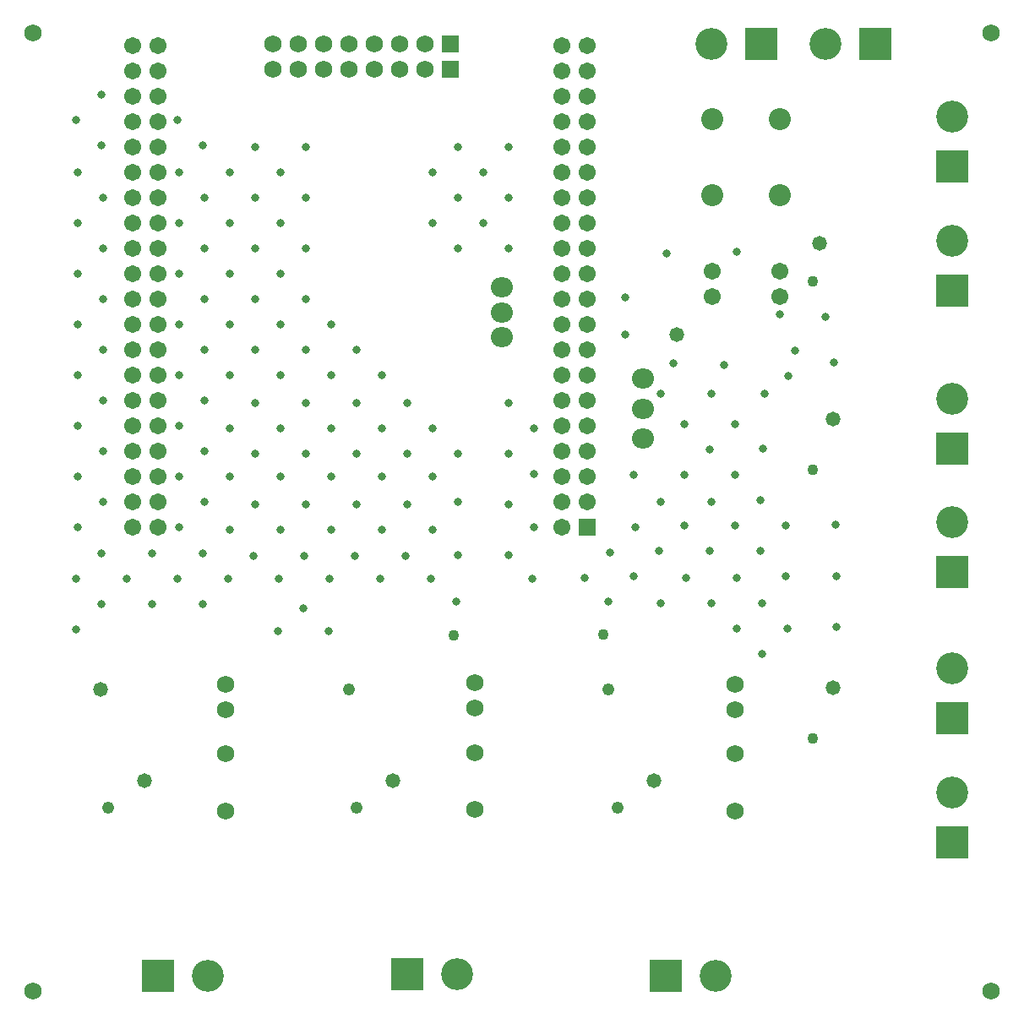
<source format=gbr>
G04 Layer_Color=16711935*
%FSLAX26Y26*%
%MOIN*%
%TF.FileFunction,Soldermask,Bot*%
%TF.Part,Single*%
G01*
G75*
%TA.AperFunction,ComponentPad*%
%ADD52R,0.068000X0.068000*%
%ADD53C,0.068000*%
%ADD54C,0.086740*%
%ADD55C,0.067055*%
%ADD56R,0.126110X0.126110*%
%ADD57C,0.126110*%
%ADD58R,0.126110X0.126110*%
%TA.AperFunction,ViaPad*%
%ADD59O,0.086740X0.078866*%
%TA.AperFunction,WasherPad*%
%ADD60C,0.068000*%
%TA.AperFunction,ComponentPad*%
%ADD61R,0.067055X0.067055*%
%TA.AperFunction,ViaPad*%
%ADD62C,0.033000*%
%ADD63C,0.058000*%
%ADD64C,0.043000*%
%ADD65C,0.048000*%
D52*
X1645000Y3635000D02*
D03*
Y3735000D02*
D03*
D53*
X1345000Y3635000D02*
D03*
X1245000D02*
D03*
X1145000D02*
D03*
X1045000D02*
D03*
X945000D02*
D03*
X1545000D02*
D03*
X1445000D02*
D03*
X1345000Y3735000D02*
D03*
X1245000D02*
D03*
X1145000D02*
D03*
X1045000D02*
D03*
X945000D02*
D03*
X1545000D02*
D03*
X1445000D02*
D03*
X1744370Y715591D02*
D03*
Y940000D02*
D03*
Y1115591D02*
D03*
Y1215591D02*
D03*
X760000Y710591D02*
D03*
Y935000D02*
D03*
Y1110591D02*
D03*
Y1210591D02*
D03*
X2770000Y710591D02*
D03*
Y935000D02*
D03*
Y1110591D02*
D03*
Y1210591D02*
D03*
D54*
X2945000Y3440000D02*
D03*
Y3140000D02*
D03*
X2680000Y3440000D02*
D03*
Y3140000D02*
D03*
D55*
X2945000Y2840000D02*
D03*
Y2740000D02*
D03*
X2680000Y2840000D02*
D03*
Y2740000D02*
D03*
X2185000Y1930000D02*
D03*
Y2030000D02*
D03*
Y2130000D02*
D03*
Y2230000D02*
D03*
Y2330000D02*
D03*
Y2430000D02*
D03*
Y2530000D02*
D03*
Y2630000D02*
D03*
Y2730000D02*
D03*
Y2830000D02*
D03*
Y2930000D02*
D03*
Y3030000D02*
D03*
Y3130000D02*
D03*
Y3230000D02*
D03*
Y3330000D02*
D03*
Y3430000D02*
D03*
Y3530000D02*
D03*
Y3630000D02*
D03*
Y3730000D02*
D03*
X2085000Y1830000D02*
D03*
Y1930000D02*
D03*
Y2030000D02*
D03*
Y2130000D02*
D03*
Y2230000D02*
D03*
Y2330000D02*
D03*
Y2430000D02*
D03*
Y2530000D02*
D03*
Y2630000D02*
D03*
Y2730000D02*
D03*
Y2830000D02*
D03*
Y2930000D02*
D03*
Y3030000D02*
D03*
Y3130000D02*
D03*
Y3230000D02*
D03*
Y3330000D02*
D03*
Y3430000D02*
D03*
Y3530000D02*
D03*
Y3630000D02*
D03*
Y3730000D02*
D03*
X492087Y1830000D02*
D03*
X392087Y3730000D02*
D03*
Y3630000D02*
D03*
Y3530000D02*
D03*
Y3430000D02*
D03*
Y3330000D02*
D03*
Y3230000D02*
D03*
Y3130000D02*
D03*
Y3030000D02*
D03*
Y2930000D02*
D03*
Y2830000D02*
D03*
Y2730000D02*
D03*
Y2630000D02*
D03*
Y2530000D02*
D03*
Y2430000D02*
D03*
Y2330000D02*
D03*
Y2230000D02*
D03*
Y2130000D02*
D03*
Y2030000D02*
D03*
Y1930000D02*
D03*
Y1830000D02*
D03*
X492087Y3730000D02*
D03*
Y3630000D02*
D03*
Y3530000D02*
D03*
Y3430000D02*
D03*
Y3330000D02*
D03*
Y3230000D02*
D03*
Y3130000D02*
D03*
Y3030000D02*
D03*
Y2930000D02*
D03*
Y2830000D02*
D03*
Y2730000D02*
D03*
Y2630000D02*
D03*
Y2530000D02*
D03*
Y2430000D02*
D03*
Y2330000D02*
D03*
Y2230000D02*
D03*
Y2130000D02*
D03*
Y2030000D02*
D03*
Y1930000D02*
D03*
D56*
X2873425Y3735000D02*
D03*
X3323425D02*
D03*
X2496575Y60000D02*
D03*
X1475945Y65000D02*
D03*
X491575Y60000D02*
D03*
D57*
X2676575Y3735000D02*
D03*
X3126575D02*
D03*
X3627665Y3448425D02*
D03*
X3627666Y2958425D02*
D03*
Y2337425D02*
D03*
Y1848425D02*
D03*
X3627665Y1273425D02*
D03*
X3627665Y783425D02*
D03*
X2693425Y60000D02*
D03*
X1672795Y65000D02*
D03*
X688425Y60000D02*
D03*
D58*
X3627665Y3251575D02*
D03*
X3627666Y2761575D02*
D03*
Y2140575D02*
D03*
Y1651575D02*
D03*
X3627665Y1076575D02*
D03*
X3627665Y586575D02*
D03*
D59*
X2405000Y2180000D02*
D03*
Y2295000D02*
D03*
Y2415000D02*
D03*
X1850000Y2775000D02*
D03*
Y2675000D02*
D03*
Y2580000D02*
D03*
D60*
X3779527Y3779528D02*
D03*
Y-0D02*
D03*
X1Y3779528D02*
D03*
Y-0D02*
D03*
D61*
X2185000Y1830000D02*
D03*
D62*
X1165000Y1419999D02*
D03*
X965000D02*
D03*
X1065000Y1509999D02*
D03*
X1670000Y1535000D02*
D03*
X1875000Y2320000D02*
D03*
X1975000Y2040000D02*
D03*
Y1830000D02*
D03*
X1970000Y1625000D02*
D03*
X1875000Y1720000D02*
D03*
X1975000Y2220000D02*
D03*
X1875000Y2120000D02*
D03*
Y1920000D02*
D03*
X1675000Y1720000D02*
D03*
Y1930000D02*
D03*
Y2120000D02*
D03*
X1375000Y2430000D02*
D03*
X1275000Y2530000D02*
D03*
X1175000Y2630000D02*
D03*
X2475000Y2355000D02*
D03*
X2675000D02*
D03*
X2770000Y2236028D02*
D03*
X2670000Y2135000D02*
D03*
X3170000Y1435000D02*
D03*
Y1635000D02*
D03*
X3165000Y1840000D02*
D03*
X3160000Y2480000D02*
D03*
X2335000Y2590000D02*
D03*
X3125000Y2660000D02*
D03*
X2175000Y1630000D02*
D03*
X2275000Y1730000D02*
D03*
X2270000Y1535000D02*
D03*
X2475000Y1530000D02*
D03*
X2370000Y1635000D02*
D03*
X2375000Y1830000D02*
D03*
X2875000Y1330000D02*
D03*
X2775000Y1430000D02*
D03*
X2675000Y1530000D02*
D03*
X2975000Y1430000D02*
D03*
X2875000Y1530000D02*
D03*
X2970000Y1635000D02*
D03*
X2870000Y1735000D02*
D03*
X2970000Y1835000D02*
D03*
X2870000Y1935000D02*
D03*
X2770000Y2035000D02*
D03*
X2880000Y2140000D02*
D03*
X3005000Y2525000D02*
D03*
X2980000Y2425000D02*
D03*
X2885000Y2355000D02*
D03*
X2570000Y2236028D02*
D03*
X2670000Y1735000D02*
D03*
X2770000Y1835000D02*
D03*
X2775000Y1630000D02*
D03*
X2470000Y1735000D02*
D03*
X2570000Y1835000D02*
D03*
X2575000Y1630000D02*
D03*
X2570000Y2035000D02*
D03*
X2675000Y1930000D02*
D03*
X2370000Y2035000D02*
D03*
X2475000Y1930000D02*
D03*
X2335000Y2735000D02*
D03*
X2525000Y2475000D02*
D03*
X2945000Y2670000D02*
D03*
X2500000Y2910000D02*
D03*
X2775000Y2915000D02*
D03*
X2725000Y2470000D02*
D03*
X1775000Y3030000D02*
D03*
Y3230000D02*
D03*
X1875000Y3330000D02*
D03*
Y3130000D02*
D03*
Y2930000D02*
D03*
X1570000Y1625000D02*
D03*
X1575000Y2030000D02*
D03*
Y3030000D02*
D03*
Y3230000D02*
D03*
X1675000Y3330000D02*
D03*
Y3130000D02*
D03*
Y2930000D02*
D03*
X1575000Y2220000D02*
D03*
Y1820000D02*
D03*
X1370000Y1625000D02*
D03*
X1375000Y2030000D02*
D03*
Y2220000D02*
D03*
Y1820000D02*
D03*
X1475000Y2320000D02*
D03*
Y2120000D02*
D03*
Y1920000D02*
D03*
X1470000Y1715000D02*
D03*
X1170000Y1625000D02*
D03*
X1175000Y2030000D02*
D03*
Y2430000D02*
D03*
Y2220000D02*
D03*
Y1820000D02*
D03*
X1275000Y2320000D02*
D03*
Y2120000D02*
D03*
Y1920000D02*
D03*
X1270000Y1715000D02*
D03*
X970000Y1625000D02*
D03*
X975000Y2030000D02*
D03*
Y2430000D02*
D03*
Y2830000D02*
D03*
Y2630000D02*
D03*
Y3030000D02*
D03*
Y3230000D02*
D03*
X1075000Y3330000D02*
D03*
Y3130000D02*
D03*
Y2730000D02*
D03*
Y2930000D02*
D03*
Y2530000D02*
D03*
X975000Y2220000D02*
D03*
Y1820000D02*
D03*
X1075000Y2320000D02*
D03*
Y2120000D02*
D03*
Y1920000D02*
D03*
X1070000Y1715000D02*
D03*
X870000D02*
D03*
X875000Y1920000D02*
D03*
Y2120000D02*
D03*
Y2320000D02*
D03*
X775000Y1820000D02*
D03*
Y2220000D02*
D03*
X875000Y2530000D02*
D03*
Y2930000D02*
D03*
Y2730000D02*
D03*
Y3130000D02*
D03*
Y3330000D02*
D03*
X775000Y3230000D02*
D03*
Y3030000D02*
D03*
Y2630000D02*
D03*
X575000Y1830000D02*
D03*
Y2230000D02*
D03*
Y3030000D02*
D03*
X570000Y3435000D02*
D03*
X670000Y3335000D02*
D03*
X575000Y3230000D02*
D03*
X675000Y3130000D02*
D03*
X575000Y2630000D02*
D03*
X270000Y3535000D02*
D03*
Y3335000D02*
D03*
X170000Y3435000D02*
D03*
X175000Y3230000D02*
D03*
Y3030000D02*
D03*
X275000Y3130000D02*
D03*
X575000Y2830000D02*
D03*
X675000Y2930000D02*
D03*
Y2730000D02*
D03*
X775000Y2830000D02*
D03*
X575000Y2430000D02*
D03*
X675000Y2530000D02*
D03*
Y2330000D02*
D03*
X775000Y2430000D02*
D03*
X575000Y2030000D02*
D03*
X675000Y2130000D02*
D03*
Y1930000D02*
D03*
X775000Y2030000D02*
D03*
X770000Y1625000D02*
D03*
X670000Y1525000D02*
D03*
Y1725000D02*
D03*
X570000Y1625000D02*
D03*
X470000Y1525000D02*
D03*
Y1725000D02*
D03*
X370000Y1625000D02*
D03*
X270000Y1725000D02*
D03*
X170000Y1625000D02*
D03*
X270000Y1525000D02*
D03*
X170000Y1425000D02*
D03*
X275000Y2130000D02*
D03*
X175000Y2030000D02*
D03*
X275000Y1930000D02*
D03*
X175000Y1830000D02*
D03*
X275000Y2530000D02*
D03*
X175000Y2430000D02*
D03*
X275000Y2330000D02*
D03*
X175000Y2230000D02*
D03*
X275000Y2930000D02*
D03*
X175000Y2830000D02*
D03*
X275000Y2730000D02*
D03*
X175000Y2630000D02*
D03*
D63*
X2540000Y2590000D02*
D03*
X3104764Y2950236D02*
D03*
X3155000Y1195000D02*
D03*
Y2255000D02*
D03*
X440000Y830000D02*
D03*
X1420000D02*
D03*
X2450000D02*
D03*
X265000Y1190000D02*
D03*
D64*
X3075000Y2800000D02*
D03*
Y2055000D02*
D03*
Y995000D02*
D03*
X1659370Y1404370D02*
D03*
X2250000Y1405000D02*
D03*
D65*
X297598Y722598D02*
D03*
X1277598D02*
D03*
X2307598D02*
D03*
X2270000Y1190000D02*
D03*
X1245000D02*
D03*
%TF.MD5,2f1625634917723300e07e8e3a3796df*%
M02*

</source>
